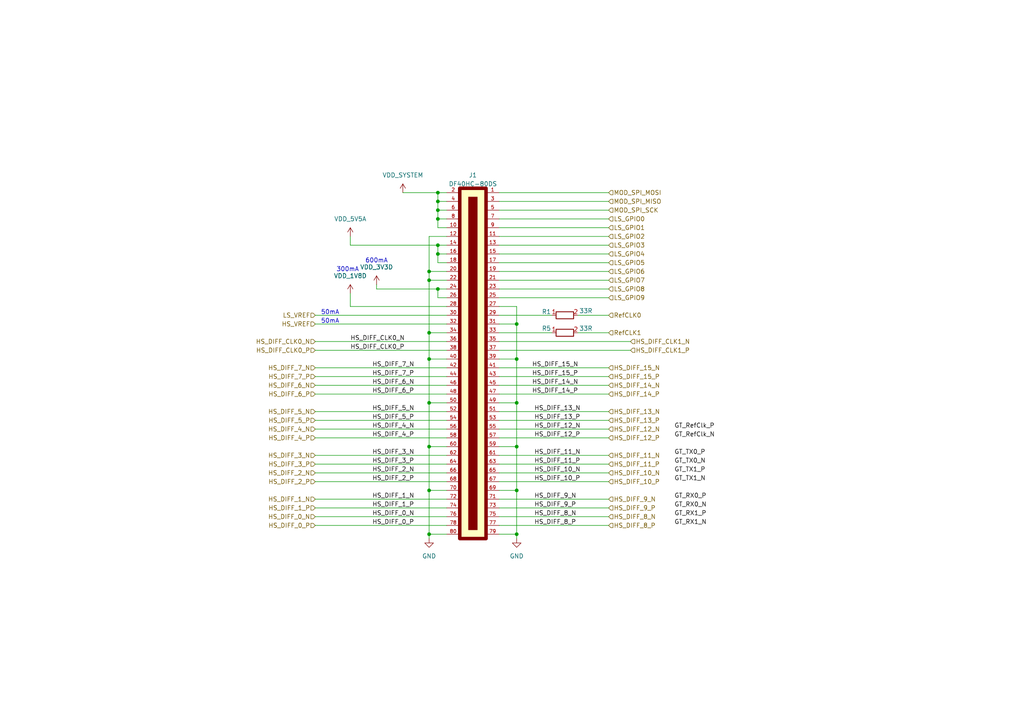
<source format=kicad_sch>
(kicad_sch (version 20250114) (generator "eeschema") (generator_version "9.0")
  (paper "A4")
  (lib_symbols
    (symbol "GND_1" (power) (pin_names (offset 0))
      (property "Value" "GND" (at 0 -3.81 0))
      (symbol "GND_1_0_1"
        (polyline (pts (xy 0 0) (xy 0 -1.27) (xy 1.27 -1.27) (xy 0 -2.54) (xy -1.27 -1.27) (xy 0 -1.27)))
      )
      (symbol "GND_1_1_1"
        (pin power_in line (at 0 0 270) (length 0) (hide yes) (name "GND") (number "1"))
      )
    )
    (symbol "PPA-Pasive:Res" (pin_names (offset 1.016))
      (property "Reference" "R" (at -2.54 2.54 0))
      (property "Value" "Res" (at -1.27 -2.54 0))
      (symbol "Res_1_1"
        (rectangle (start 2.54 -1.016) (end -2.54 1.016) (stroke (width 0.254)))
        (pin passive line (at -3.81 0 0) (length 1.27) (name "~") (number "1"))
        (pin passive line (at 3.81 0 180) (length 1.27) (name "~") (number "2"))
      )
    )
    (symbol "SDR:DF40HC(4.0)-80DS-0.4V_51_KA"
      (property "Reference" "J" (at 0 51.308 0))
      (property "Value" "DF40HC-80DS" (at 0 54.61 0))
      (symbol "DF40HC(4.0)-80DS-0.4V_51_KA_0_0"
        (pin passive line (at -7.62 48.26 0) (length 3.81) (name "~") (number "1"))
        (pin passive line (at -7.62 45.72 0) (length 3.81) (name "~") (number "3"))
        (pin passive line (at -7.62 43.18 0) (length 3.81) (name "~") (number "5"))
        (pin passive line (at -7.62 40.64 0) (length 3.81) (name "~") (number "7"))
        (pin passive line (at -7.62 38.1 0) (length 3.81) (name "~") (number "9"))
        (pin passive line (at -7.62 35.56 0) (length 3.81) (name "~") (number "11"))
        (pin passive line (at -7.62 33.02 0) (length 3.81) (name "~") (number "13"))
        (pin passive line (at -7.62 30.48 0) (length 3.81) (name "~") (number "15"))
        (pin passive line (at -7.62 27.94 0) (length 3.81) (name "~") (number "17"))
        (pin passive line (at -7.62 25.4 0) (length 3.81) (name "~") (number "19"))
        (pin passive line (at -7.62 22.86 0) (length 3.81) (name "~") (number "21"))
        (pin passive line (at -7.62 20.32 0) (length 3.81) (name "~") (number "23"))
        (pin passive line (at -7.62 17.78 0) (length 3.81) (name "~") (number "25"))
        (pin passive line (at -7.62 15.24 0) (length 3.81) (name "~") (number "27"))
        (pin passive line (at -7.62 12.7 0) (length 3.81) (name "~") (number "29"))
        (pin passive line (at -7.62 10.16 0) (length 3.81) (name "~") (number "31"))
        (pin passive line (at -7.62 7.62 0) (length 3.81) (name "~") (number "33"))
        (pin passive line (at -7.62 5.08 0) (length 3.81) (name "~") (number "35"))
        (pin passive line (at -7.62 2.54 0) (length 3.81) (name "~") (number "37"))
        (pin passive line (at -7.62 0 0) (length 3.81) (name "~") (number "39"))
        (pin passive line (at -7.62 -2.54 0) (length 3.81) (name "~") (number "41"))
        (pin passive line (at -7.62 -5.08 0) (length 3.81) (name "~") (number "43"))
        (pin passive line (at -7.62 -7.62 0) (length 3.81) (name "~") (number "45"))
        (pin passive line (at -7.62 -10.16 0) (length 3.81) (name "~") (number "47"))
        (pin passive line (at -7.62 -12.7 0) (length 3.81) (name "~") (number "49"))
        (pin passive line (at -7.62 -15.24 0) (length 3.81) (name "~") (number "51"))
        (pin passive line (at -7.62 -17.78 0) (length 3.81) (name "~") (number "53"))
        (pin passive line (at -7.62 -20.32 0) (length 3.81) (name "~") (number "55"))
        (pin passive line (at -7.62 -22.86 0) (length 3.81) (name "~") (number "57"))
        (pin passive line (at -7.62 -25.4 0) (length 3.81) (name "~") (number "59"))
        (pin passive line (at -7.62 -27.94 0) (length 3.81) (name "~") (number "61"))
        (pin passive line (at -7.62 -30.48 0) (length 3.81) (name "~") (number "63"))
        (pin passive line (at -7.62 -33.02 0) (length 3.81) (name "~") (number "65"))
        (pin passive line (at -7.62 -35.56 0) (length 3.81) (name "~") (number "67"))
        (pin passive line (at -7.62 -38.1 0) (length 3.81) (name "~") (number "69"))
        (pin passive line (at -7.62 -40.64 0) (length 3.81) (name "~") (number "71"))
        (pin passive line (at -7.62 -43.18 0) (length 3.81) (name "~") (number "73"))
        (pin passive line (at -7.62 -45.72 0) (length 3.81) (name "~") (number "75"))
        (pin passive line (at -7.62 -48.26 0) (length 3.81) (name "~") (number "77"))
        (pin passive line (at -7.62 -50.8 0) (length 3.81) (name "~") (number "79"))
        (pin passive line (at 7.62 48.26 180) (length 3.81) (name "~") (number "2"))
        (pin passive line (at 7.62 45.72 180) (length 3.81) (name "~") (number "4"))
        (pin passive line (at 7.62 43.18 180) (length 3.81) (name "~") (number "6"))
        (pin passive line (at 7.62 40.64 180) (length 3.81) (name "~") (number "8"))
        (pin passive line (at 7.62 38.1 180) (length 3.81) (name "~") (number "10"))
        (pin passive line (at 7.62 35.56 180) (length 3.81) (name "~") (number "12"))
        (pin passive line (at 7.62 33.02 180) (length 3.81) (name "~") (number "14"))
        (pin passive line (at 7.62 30.48 180) (length 3.81) (name "~") (number "16"))
        (pin passive line (at 7.62 27.94 180) (length 3.81) (name "~") (number "18"))
        (pin passive line (at 7.62 25.4 180) (length 3.81) (name "~") (number "20"))
        (pin passive line (at 7.62 22.86 180) (length 3.81) (name "~") (number "22"))
        (pin passive line (at 7.62 20.32 180) (length 3.81) (name "~") (number "24"))
        (pin passive line (at 7.62 17.78 180) (length 3.81) (name "~") (number "26"))
        (pin passive line (at 7.62 15.24 180) (length 3.81) (name "~") (number "28"))
        (pin passive line (at 7.62 12.7 180) (length 3.81) (name "~") (number "30"))
        (pin passive line (at 7.62 10.16 180) (length 3.81) (name "~") (number "32"))
        (pin passive line (at 7.62 7.62 180) (length 3.81) (name "~") (number "34"))
        (pin passive line (at 7.62 5.08 180) (length 3.81) (name "~") (number "36"))
        (pin passive line (at 7.62 2.54 180) (length 3.81) (name "~") (number "38"))
        (pin passive line (at 7.62 0 180) (length 3.81) (name "~") (number "40"))
        (pin passive line (at 7.62 -2.54 180) (length 3.81) (name "~") (number "42"))
        (pin passive line (at 7.62 -5.08 180) (length 3.81) (name "~") (number "44"))
        (pin passive line (at 7.62 -7.62 180) (length 3.81) (name "~") (number "46"))
        (pin passive line (at 7.62 -10.16 180) (length 3.81) (name "~") (number "48"))
        (pin passive line (at 7.62 -12.7 180) (length 3.81) (name "~") (number "50"))
        (pin passive line (at 7.62 -15.24 180) (length 3.81) (name "~") (number "52"))
        (pin passive line (at 7.62 -17.78 180) (length 3.81) (name "~") (number "54"))
        (pin passive line (at 7.62 -20.32 180) (length 3.81) (name "~") (number "56"))
        (pin passive line (at 7.62 -22.86 180) (length 3.81) (name "~") (number "58"))
        (pin passive line (at 7.62 -25.4 180) (length 3.81) (name "~") (number "60"))
        (pin passive line (at 7.62 -27.94 180) (length 3.81) (name "~") (number "62"))
        (pin passive line (at 7.62 -30.48 180) (length 3.81) (name "~") (number "64"))
        (pin passive line (at 7.62 -33.02 180) (length 3.81) (name "~") (number "66"))
        (pin passive line (at 7.62 -35.56 180) (length 3.81) (name "~") (number "68"))
        (pin passive line (at 7.62 -38.1 180) (length 3.81) (name "~") (number "70"))
        (pin passive line (at 7.62 -40.64 180) (length 3.81) (name "~") (number "72"))
        (pin passive line (at 7.62 -43.18 180) (length 3.81) (name "~") (number "74"))
        (pin passive line (at 7.62 -45.72 180) (length 3.81) (name "~") (number "76"))
        (pin passive line (at 7.62 -48.26 180) (length 3.81) (name "~") (number "78"))
        (pin passive line (at 7.62 -50.8 180) (length 3.81) (name "~") (number "80"))
      )
      (symbol "DF40HC(4.0)-80DS-0.4V_51_KA_1_1"
        (rectangle (start -3.81 49.53) (end 3.81 -52.07) (stroke (width 1.016)) (fill (type background)))
        (rectangle (start -1.27 46.99) (end 1.27 -49.53) (fill (type outline)))
      )
    )
    (symbol "power:VDD" (power) (pin_names (offset 0))
      (property "Value" "VDD" (at 0 3.81 0))
      (symbol "VDD_0_1"
        (polyline (pts (xy -0.762 1.27) (xy 0 2.54)))
        (polyline (pts (xy 0 2.54) (xy 0.762 1.27)))
        (polyline (pts (xy 0 0) (xy 0 2.54)))
      )
      (symbol "VDD_1_1"
        (pin power_in line (at 0 0 90) (length 0) (hide yes) (name "VDD") (number "1"))
      )
    )
  )
  (text "50mA" (at 95.758 93.218 0) (effects (font (size 1.27 1.27))))
  (text "300mA" (at 100.838 78.232 0) (effects (font (size 1.27 1.27))))
  (text "50mA" (at 95.758 90.678 0) (effects (font (size 1.27 1.27))))
  (text "600mA" (at 109.22 75.692 0) (effects (font (size 1.27 1.27))))
  (junction (at 124.46 96.52))
  (junction (at 149.86 129.54))
  (junction (at 127 83.82))
  (junction (at 127 58.42))
  (junction (at 149.86 154.94))
  (junction (at 127 60.96))
  (junction (at 124.46 142.24))
  (junction (at 149.86 142.24))
  (junction (at 149.86 116.84))
  (junction (at 127 71.12))
  (junction (at 124.46 78.74))
  (junction (at 149.86 104.14))
  (junction (at 124.46 104.14))
  (junction (at 124.46 116.84))
  (junction (at 149.86 93.98))
  (junction (at 124.46 81.28))
  (junction (at 127 63.5))
  (junction (at 127 73.66))
  (junction (at 127 55.88))
  (junction (at 124.46 129.54))
  (junction (at 124.46 154.94))
  (wire (pts (xy 91.44 139.7) (xy 129.54 139.7)))
  (wire (pts (xy 144.78 134.62) (xy 176.53 134.62)))
  (wire (pts (xy 91.44 152.4) (xy 129.54 152.4)))
  (wire (pts (xy 144.78 124.46) (xy 176.53 124.46)))
  (wire (pts (xy 144.78 144.78) (xy 176.53 144.78)))
  (wire (pts (xy 129.54 76.2) (xy 127 76.2)))
  (wire (pts (xy 144.78 147.32) (xy 176.53 147.32)))
  (wire (pts (xy 144.78 93.98) (xy 149.86 93.98)))
  (wire (pts (xy 149.86 104.14) (xy 149.86 116.84)))
  (wire (pts (xy 144.78 114.3) (xy 176.53 114.3)))
  (wire (pts (xy 91.44 99.06) (xy 129.54 99.06)))
  (wire (pts (xy 144.78 137.16) (xy 176.53 137.16)))
  (wire (pts (xy 127 58.42) (xy 127 60.96)))
  (wire (pts (xy 127 55.88) (xy 127 58.42)))
  (wire (pts (xy 91.44 134.62) (xy 129.54 134.62)))
  (wire (pts (xy 91.44 132.08) (xy 129.54 132.08)))
  (wire (pts (xy 144.78 78.74) (xy 176.53 78.74)))
  (wire (pts (xy 124.46 142.24) (xy 129.54 142.24)))
  (wire (pts (xy 129.54 86.36) (xy 127 86.36)))
  (wire (pts (xy 91.44 91.44) (xy 129.54 91.44)))
  (wire (pts (xy 144.78 129.54) (xy 149.86 129.54)))
  (wire (pts (xy 144.78 81.28) (xy 176.53 81.28)))
  (wire (pts (xy 91.44 114.3) (xy 129.54 114.3)))
  (wire (pts (xy 144.78 96.52) (xy 160.02 96.52)))
  (wire (pts (xy 182.88 99.06) (xy 144.78 99.06)))
  (wire (pts (xy 144.78 76.2) (xy 176.53 76.2)))
  (wire (pts (xy 144.78 86.36) (xy 176.53 86.36)))
  (wire (pts (xy 124.46 104.14) (xy 124.46 96.52)))
  (wire (pts (xy 91.44 119.38) (xy 129.54 119.38)))
  (wire (pts (xy 149.86 142.24) (xy 149.86 154.94)))
  (wire (pts (xy 129.54 63.5) (xy 127 63.5)))
  (wire (pts (xy 144.78 71.12) (xy 176.53 71.12)))
  (wire (pts (xy 144.78 121.92) (xy 176.53 121.92)))
  (wire (pts (xy 144.78 106.68) (xy 176.53 106.68)))
  (wire (pts (xy 167.64 91.44) (xy 176.53 91.44)))
  (wire (pts (xy 129.54 68.58) (xy 124.46 68.58)))
  (wire (pts (xy 149.86 93.98) (xy 149.86 88.9)))
  (wire (pts (xy 127 86.36) (xy 127 83.82)))
  (wire (pts (xy 101.6 88.9) (xy 101.6 85.09)))
  (wire (pts (xy 124.46 78.74) (xy 124.46 81.28)))
  (wire (pts (xy 124.46 116.84) (xy 124.46 129.54)))
  (wire (pts (xy 124.46 154.94) (xy 124.46 142.24)))
  (wire (pts (xy 144.78 152.4) (xy 176.53 152.4)))
  (wire (pts (xy 144.78 83.82) (xy 176.53 83.82)))
  (wire (pts (xy 144.78 104.14) (xy 149.86 104.14)))
  (wire (pts (xy 124.46 81.28) (xy 129.54 81.28)))
  (wire (pts (xy 109.22 83.82) (xy 109.22 82.55)))
  (wire (pts (xy 124.46 78.74) (xy 129.54 78.74)))
  (wire (pts (xy 91.44 144.78) (xy 129.54 144.78)))
  (wire (pts (xy 91.44 93.98) (xy 129.54 93.98)))
  (wire (pts (xy 127 71.12) (xy 101.6 71.12)))
  (wire (pts (xy 129.54 83.82) (xy 127 83.82)))
  (wire (pts (xy 144.78 109.22) (xy 176.53 109.22)))
  (wire (pts (xy 91.44 137.16) (xy 129.54 137.16)))
  (wire (pts (xy 124.46 104.14) (xy 129.54 104.14)))
  (wire (pts (xy 144.78 154.94) (xy 149.86 154.94)))
  (wire (pts (xy 91.44 121.92) (xy 129.54 121.92)))
  (wire (pts (xy 149.86 129.54) (xy 149.86 142.24)))
  (wire (pts (xy 144.78 142.24) (xy 149.86 142.24)))
  (wire (pts (xy 124.46 96.52) (xy 129.54 96.52)))
  (wire (pts (xy 149.86 156.21) (xy 149.86 154.94)))
  (wire (pts (xy 124.46 142.24) (xy 124.46 129.54)))
  (wire (pts (xy 91.44 124.46) (xy 129.54 124.46)))
  (wire (pts (xy 144.78 132.08) (xy 176.53 132.08)))
  (wire (pts (xy 144.78 68.58) (xy 176.53 68.58)))
  (wire (pts (xy 127 58.42) (xy 129.54 58.42)))
  (wire (pts (xy 129.54 73.66) (xy 127 73.66)))
  (wire (pts (xy 167.64 96.52) (xy 176.53 96.52)))
  (wire (pts (xy 149.86 116.84) (xy 149.86 129.54)))
  (wire (pts (xy 144.78 66.04) (xy 176.53 66.04)))
  (wire (pts (xy 144.78 119.38) (xy 176.53 119.38)))
  (wire (pts (xy 144.78 111.76) (xy 176.53 111.76)))
  (wire (pts (xy 91.44 127) (xy 129.54 127)))
  (wire (pts (xy 176.53 63.5) (xy 144.78 63.5)))
  (wire (pts (xy 124.46 116.84) (xy 129.54 116.84)))
  (wire (pts (xy 144.78 73.66) (xy 176.53 73.66)))
  (wire (pts (xy 144.78 88.9) (xy 149.86 88.9)))
  (wire (pts (xy 124.46 81.28) (xy 124.46 96.52)))
  (wire (pts (xy 144.78 91.44) (xy 160.02 91.44)))
  (wire (pts (xy 91.44 111.76) (xy 129.54 111.76)))
  (wire (pts (xy 91.44 149.86) (xy 129.54 149.86)))
  (wire (pts (xy 149.86 93.98) (xy 149.86 104.14)))
  (wire (pts (xy 182.88 101.6) (xy 144.78 101.6)))
  (wire (pts (xy 91.44 101.6) (xy 129.54 101.6)))
  (wire (pts (xy 91.44 106.68) (xy 129.54 106.68)))
  (wire (pts (xy 91.44 147.32) (xy 129.54 147.32)))
  (wire (pts (xy 124.46 104.14) (xy 124.46 116.84)))
  (wire (pts (xy 129.54 71.12) (xy 127 71.12)))
  (wire (pts (xy 129.54 88.9) (xy 101.6 88.9)))
  (wire (pts (xy 127 73.66) (xy 127 71.12)))
  (wire (pts (xy 144.78 60.96) (xy 176.53 60.96)))
  (wire (pts (xy 124.46 129.54) (xy 129.54 129.54)))
  (wire (pts (xy 127 63.5) (xy 127 66.04)))
  (wire (pts (xy 124.46 68.58) (xy 124.46 78.74)))
  (wire (pts (xy 127 76.2) (xy 127 73.66)))
  (wire (pts (xy 124.46 154.94) (xy 129.54 154.94)))
  (wire (pts (xy 91.44 109.22) (xy 129.54 109.22)))
  (wire (pts (xy 144.78 127) (xy 176.53 127)))
  (wire (pts (xy 124.46 156.21) (xy 124.46 154.94)))
  (wire (pts (xy 144.78 139.7) (xy 176.53 139.7)))
  (wire (pts (xy 144.78 58.42) (xy 176.53 58.42)))
  (wire (pts (xy 129.54 55.88) (xy 127 55.88)))
  (wire (pts (xy 127 83.82) (xy 109.22 83.82)))
  (wire (pts (xy 144.78 116.84) (xy 149.86 116.84)))
  (wire (pts (xy 116.84 55.88) (xy 127 55.88)))
  (wire (pts (xy 127 60.96) (xy 127 63.5)))
  (wire (pts (xy 144.78 149.86) (xy 176.53 149.86)))
  (wire (pts (xy 101.6 71.12) (xy 101.6 68.58)))
  (wire (pts (xy 129.54 66.04) (xy 127 66.04)))
  (wire (pts (xy 127 60.96) (xy 129.54 60.96)))
  (wire (pts (xy 144.78 55.88) (xy 176.53 55.88)))
  (label "HS_DIFF_5_N" (at 107.95 119.38 0))
  (label "GT_TX1_N" (at 195.58 139.7 0))
  (label "GT_TX0_N" (at 195.58 134.62 0))
  (label "HS_DIFF_10_P" (at 154.94 139.7 0))
  (label "HS_DIFF_11_N" (at 154.94 132.08 0))
  (label "HS_DIFF_14_N" (at 154.305 111.76 0))
  (label "HS_DIFF_4_N" (at 107.95 124.46 0))
  (label "GT_TX1_P" (at 195.58 137.16 0))
  (label "HS_DIFF_15_P" (at 154.305 109.22 0))
  (label "HS_DIFF_13_N" (at 154.94 119.38 0))
  (label "HS_DIFF_6_N" (at 107.95 111.76 0))
  (label "HS_DIFF_1_P" (at 107.95 147.32 0))
  (label "HS_DIFF_9_N" (at 154.94 144.78 0))
  (label "HS_DIFF_CLK0_N" (at 101.6 99.06 0))
  (label "HS_DIFF_1_N" (at 107.95 144.78 0))
  (label "GT_RefClk_P" (at 195.58 124.46 0))
  (label "HS_DIFF_0_N" (at 107.95 149.86 0))
  (label "GT_RX0_P" (at 195.58 144.78 0))
  (label "GT_TX0_P" (at 195.58 132.08 0))
  (label "HS_DIFF_14_P" (at 154.305 114.3 0))
  (label "HS_DIFF_13_P" (at 154.94 121.92 0))
  (label "HS_DIFF_CLK0_P" (at 101.6 101.6 0))
  (label "HS_DIFF_5_P" (at 107.95 121.92 0))
  (label "HS_DIFF_2_N" (at 107.95 137.16 0))
  (label "HS_DIFF_11_P" (at 154.94 134.62 0))
  (label "HS_DIFF_3_N" (at 107.95 132.08 0))
  (label "HS_DIFF_12_P" (at 154.94 127 0))
  (label "HS_DIFF_8_P" (at 154.94 152.4 0))
  (label "HS_DIFF_7_P" (at 107.95 109.22 0))
  (label "GT_RX1_N" (at 195.58 152.4 0))
  (label "HS_DIFF_4_P" (at 107.95 127 0))
  (label "HS_DIFF_0_P" (at 107.95 152.4 0))
  (label "GT_RX0_N" (at 195.58 147.32 0))
  (label "HS_DIFF_9_P" (at 154.94 147.32 0))
  (label "GT_RefClk_N" (at 195.58 127 0))
  (label "HS_DIFF_15_N" (at 154.305 106.68 0))
  (label "HS_DIFF_10_N" (at 154.94 137.16 0))
  (label "HS_DIFF_6_P" (at 107.95 114.3 0))
  (label "HS_DIFF_8_N" (at 154.94 149.86 0))
  (label "HS_DIFF_3_P" (at 107.95 134.62 0))
  (label "GT_RX1_P" (at 195.58 149.86 0))
  (label "HS_DIFF_2_P" (at 107.95 139.7 0))
  (label "HS_DIFF_12_N" (at 154.94 124.46 0))
  (label "HS_DIFF_7_N" (at 107.95 106.68 0))
  (hierarchical_label "MOD_SPI_MOSI" (shape input) (at 176.53 55.88 0))
  (hierarchical_label "HS_DIFF_14_N" (shape input) (at 176.53 111.76 0))
  (hierarchical_label "HS_DIFF_9_P" (shape input) (at 176.53 147.32 0))
  (hierarchical_label "HS_DIFF_12_P" (shape input) (at 176.53 127 0))
  (hierarchical_label "RefCLK0" (shape input) (at 176.53 91.44 0))
  (hierarchical_label "LS_GPIO5" (shape input) (at 176.53 76.2 0))
  (hierarchical_label "HS_DIFF_CLK1_N" (shape input) (at 182.88 99.06 0))
  (hierarchical_label "RefCLK1" (shape input) (at 176.53 96.52 0))
  (hierarchical_label "LS_GPIO0" (shape input) (at 176.53 63.5 0))
  (hierarchical_label "HS_DIFF_13_P" (shape input) (at 176.53 121.92 0))
  (hierarchical_label "HS_DIFF_3_P" (shape input) (at 91.44 134.62 180))
  (hierarchical_label "LS_GPIO3" (shape input) (at 176.53 71.12 0))
  (hierarchical_label "HS_DIFF_CLK1_P" (shape input) (at 182.88 101.6 0))
  (hierarchical_label "MOD_SPI_MISO" (shape input) (at 176.53 58.42 0))
  (hierarchical_label "HS_DIFF_13_N" (shape input) (at 176.53 119.38 0))
  (hierarchical_label "HS_DIFF_5_N" (shape input) (at 91.44 119.38 180))
  (hierarchical_label "LS_GPIO4" (shape input) (at 176.53 73.66 0))
  (hierarchical_label "HS_DIFF_2_N" (shape input) (at 91.44 137.16 180))
  (hierarchical_label "HS_DIFF_14_P" (shape input) (at 176.53 114.3 0))
  (hierarchical_label "LS_GPIO6" (shape input) (at 176.53 78.74 0))
  (hierarchical_label "HS_DIFF_6_N" (shape input) (at 91.44 111.76 180))
  (hierarchical_label "HS_DIFF_10_P" (shape input) (at 176.53 139.7 0))
  (hierarchical_label "HS_DIFF_7_P" (shape input) (at 91.44 109.22 180))
  (hierarchical_label "HS_DIFF_11_P" (shape input) (at 176.53 134.62 0))
  (hierarchical_label "HS_DIFF_7_N" (shape input) (at 91.44 106.68 180))
  (hierarchical_label "HS_DIFF_CLK0_N" (shape input) (at 91.44 99.06 180))
  (hierarchical_label "HS_DIFF_15_P" (shape input) (at 176.53 109.22 0))
  (hierarchical_label "LS_VREF" (shape input) (at 91.44 91.44 180))
  (hierarchical_label "HS_DIFF_5_P" (shape input) (at 91.44 121.92 180))
  (hierarchical_label "HS_DIFF_8_N" (shape input) (at 176.53 149.86 0))
  (hierarchical_label "HS_DIFF_9_N" (shape input) (at 176.53 144.78 0))
  (hierarchical_label "HS_DIFF_1_P" (shape input) (at 91.44 147.32 180))
  (hierarchical_label "LS_GPIO8" (shape input) (at 176.53 83.82 0))
  (hierarchical_label "HS_DIFF_6_P" (shape input) (at 91.44 114.3 180))
  (hierarchical_label "HS_DIFF_1_N" (shape input) (at 91.44 144.78 180))
  (hierarchical_label "HS_DIFF_4_N" (shape input) (at 91.44 124.46 180))
  (hierarchical_label "MOD_SPI_SCK" (shape input) (at 176.53 60.96 0))
  (hierarchical_label "HS_DIFF_4_P" (shape input) (at 91.44 127 180))
  (hierarchical_label "LS_GPIO1" (shape input) (at 176.53 66.04 0))
  (hierarchical_label "HS_DIFF_12_N" (shape input) (at 176.53 124.46 0))
  (hierarchical_label "HS_DIFF_10_N" (shape input) (at 176.53 137.16 0))
  (hierarchical_label "HS_DIFF_2_P" (shape input) (at 91.44 139.7 180))
  (hierarchical_label "HS_DIFF_CLK0_P" (shape input) (at 91.44 101.6 180))
  (hierarchical_label "HS_DIFF_15_N" (shape input) (at 176.53 106.68 0))
  (hierarchical_label "HS_DIFF_8_P" (shape input) (at 176.53 152.4 0))
  (hierarchical_label "LS_GPIO7" (shape input) (at 176.53 81.28 0))
  (hierarchical_label "HS_DIFF_3_N" (shape input) (at 91.44 132.08 180))
  (hierarchical_label "HS_VREF" (shape input) (at 91.44 93.98 180))
  (hierarchical_label "HS_DIFF_0_P" (shape input) (at 91.44 152.4 180))
  (hierarchical_label "LS_GPIO2" (shape input) (at 176.53 68.58 0))
  (hierarchical_label "HS_DIFF_0_N" (shape input) (at 91.44 149.86 180))
  (hierarchical_label "HS_DIFF_11_N" (shape input) (at 176.53 132.08 0))
  (hierarchical_label "LS_GPIO9" (shape input) (at 176.53 86.36 0))
  (symbol (lib_id "PPA-Pasive:Res") (at 163.83 96.52 0) (unit 1)
    (property "Reference" "R5" (at 158.496 95.25 0))
    (property "Value" "33R" (at 169.926 95.25 0))
    (property "Footprint" "Resistor_SMD:R_0402_1005Metric" (effects (hide yes)))
    (property "Power" "250mW" (effects (hide yes)))
    (property "Tolerance" "=< 5%" (effects (hide yes)))
    (instances (project "TRX055.01.01.PB.00.00" (path "" (reference "R5") (unit 1)) (path "" (reference "R3") (unit 1)) (path "" (reference "R6") (unit 1)) (path "" (reference "R8") (unit 1))))
  )
  (symbol (lib_name "GND_1") (lib_id "power:GND") (at 149.86 156.21 0) (unit 1)
    (property "Reference" "#PWR031" (effects (hide yes)))
    (property "Value" "GND" (at 149.86 161.29 0))
    (property "Description" "Power symbol creates a global label with name \"GND\" , ground" (effects (hide yes)))
    (instances (project "TRX055.01.01.PB.00.00" (path "" (reference "#PWR031") (unit 1)) (path "" (reference "#PWR013") (unit 1)) (path "" (reference "#PWR019") (unit 1)) (path "" (reference "#PWR025") (unit 1))))
  )
  (symbol (lib_id "PPA-Pasive:Res") (at 163.83 91.44 0) (unit 1)
    (property "Reference" "R1" (at 158.496 90.424 0))
    (property "Value" "33R" (at 169.926 90.17 0))
    (property "Footprint" "Resistor_SMD:R_0402_1005Metric" (effects (hide yes)))
    (property "Power" "250mW" (effects (hide yes)))
    (property "Tolerance" "=< 5%" (effects (hide yes)))
    (instances (project "TRX055.01.01.PB.00.00" (path "" (reference "R1") (unit 1)) (path "" (reference "R2") (unit 1)) (path "" (reference "R4") (unit 1)) (path "" (reference "R7") (unit 1))))
  )
  (symbol (lib_name "GND_1") (lib_id "power:GND") (at 124.46 156.21 0) (unit 1)
    (property "Reference" "#PWR030" (effects (hide yes)))
    (property "Value" "GND" (at 124.46 161.29 0))
    (property "Description" "Power symbol creates a global label with name \"GND\" , ground" (effects (hide yes)))
    (instances (project "TRX055.01.01.PB.00.00" (path "" (reference "#PWR030") (unit 1)) (path "" (reference "#PWR012") (unit 1)) (path "" (reference "#PWR018") (unit 1)) (path "" (reference "#PWR024") (unit 1))))
  )
  (symbol (lib_id "power:VDD") (at 116.84 55.88 0) (unit 1)
    (property "Reference" "#PWR029" (effects (hide yes)))
    (property "Value" "VDD_SYSTEM" (at 116.84 50.8 0))
    (property "Description" "Power symbol creates a global label with name \"VDD\"" (effects (hide yes)))
    (instances (project "TRX055.01.01.PB.00.00" (path "" (reference "#PWR029") (unit 1)) (path "" (reference "#PWR011") (unit 1)) (path "" (reference "#PWR017") (unit 1)) (path "" (reference "#PWR023") (unit 1))))
  )
  (symbol (lib_id "SDR:DF40HC(4.0)-80DS-0.4V_51_KA") (at 137.16 104.14 0) (mirror y) (unit 1)
    (property "Reference" "J1" (at 137.16 50.8 0))
    (property "Value" "DF40HC-80DS" (at 137.16 53.34 0))
    (property "Footprint" "ppa-forms:module_sdr_kit_base" (effects (hide yes)))
    (property "Datasheet" "https://www.hirose.com/en/product/document?clcode=CL0684-4001-8-51&productname=DF40C-80DP-0.4V(51)&series=DF40&documenttype=Catalog&lang=en&documentid=en_DF40_CAT" (effects (hide yes)))
    (property "Description" "Hirose Electric Board-toBoard FPC-to-Board Connector receptacle standoff 4mm DIP80P 0.3A per pin" (effects (hide yes)))
    (instances (project "TRX055.01.01.PB.00.00" (path "" (reference "J1") (unit 1)) (path "" (reference "J2") (unit 1)) (path "" (reference "J3") (unit 1)) (path "" (reference "J4") (unit 1))))
  )
  (symbol (lib_id "power:VDD") (at 101.6 85.09 0) (unit 1)
    (property "Reference" "#PWR027" (effects (hide yes)))
    (property "Value" "VDD_1V8D" (at 101.6 80.01 0))
    (property "Description" "Power symbol creates a global label with name \"VDD\"" (effects (hide yes)))
    (instances (project "TRX055.01.01.PB.00.00" (path "" (reference "#PWR027") (unit 1)) (path "" (reference "#PWR09") (unit 1)) (path "" (reference "#PWR015") (unit 1)) (path "" (reference "#PWR021") (unit 1))))
  )
  (symbol (lib_id "power:VDD") (at 109.22 82.55 0) (unit 1)
    (property "Reference" "#PWR028" (effects (hide yes)))
    (property "Value" "VDD_3V3D" (at 109.22 77.47 0))
    (property "Description" "Power symbol creates a global label with name \"VDD\"" (effects (hide yes)))
    (instances (project "TRX055.01.01.PB.00.00" (path "" (reference "#PWR028") (unit 1)) (path "" (reference "#PWR010") (unit 1)) (path "" (reference "#PWR016") (unit 1)) (path "" (reference "#PWR022") (unit 1))))
  )
  (symbol (lib_id "power:VDD") (at 101.6 68.58 0) (unit 1)
    (property "Reference" "#PWR026" (effects (hide yes)))
    (property "Value" "VDD_5V5A" (at 101.6 63.5 0))
    (property "Description" "Power symbol creates a global label with name \"VDD\"" (effects (hide yes)))
    (instances (project "TRX055.01.01.PB.00.00" (path "" (reference "#PWR026") (unit 1)) (path "" (reference "#PWR08") (unit 1)) (path "" (reference "#PWR014") (unit 1)) (path "" (reference "#PWR020") (unit 1))))
  )
)
</source>
